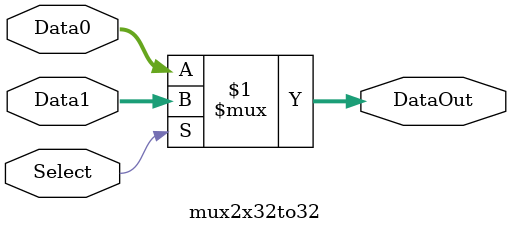
<source format=sv>
`timescale 1 ps / 100 fs
module mux2x32to32( DataOut, Data0, Data1, Select);
	output [31:0] DataOut;
	input [31:0] Data0, Data1;
	input Select;
	
	assign DataOut = (Select) ? Data1 : Data0;

endmodule
</source>
